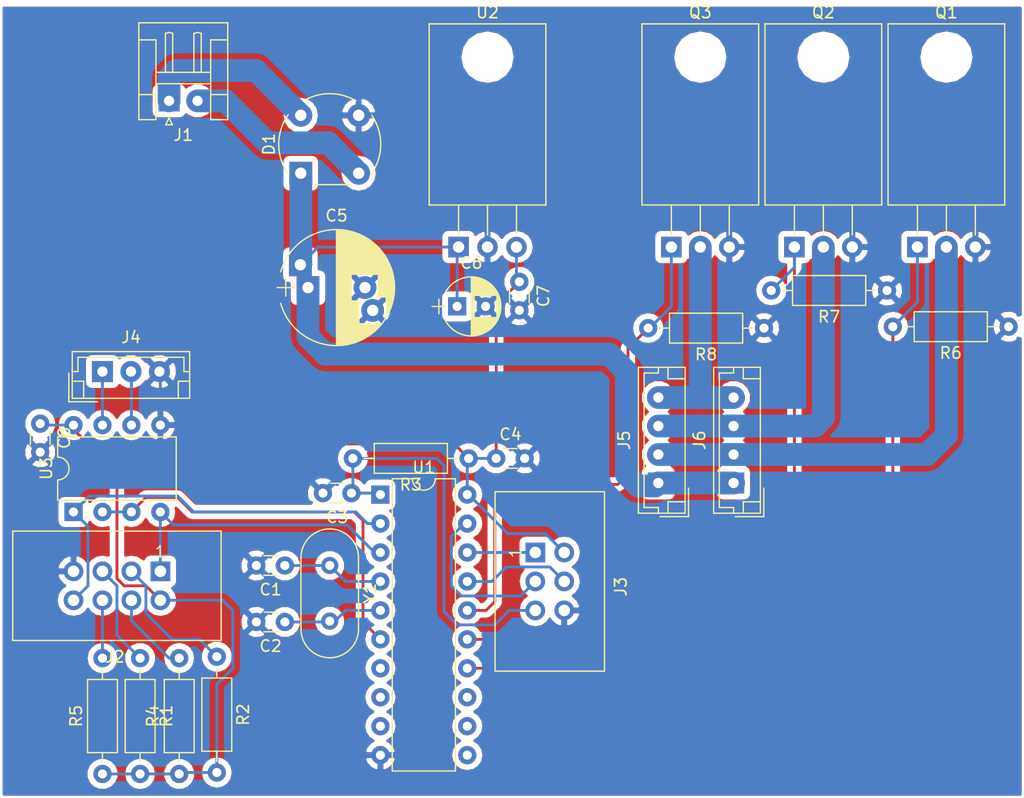
<source format=kicad_pcb>
(kicad_pcb (version 4) (host pcbnew 4.0.7)
  (layers (0 F.Cu signal) (31 B.Cu signal) (34 B.Paste user) (35 F.Paste user) (36 B.SilkS user) (37 F.SilkS user) (38 B.Mask user) (39 F.Mask user) (44 Edge.Cuts user hide))
  (net 0 "")
  (net 1 "Net-(C1-Pad1)")
  (net 2 GND)
  (net 3 "Net-(C2-Pad1)")
  (net 4 /RESET)
  (net 5 VCC)
  (net 6 +12V)
  (net 7 "Net-(D1-Pad4)")
  (net 8 "Net-(D1-Pad2)")
  (net 9 /TXD)
  (net 10 "Net-(J2-Pad3)")
  (net 11 "Net-(J2-Pad4)")
  (net 12 "Net-(J2-Pad5)")
  (net 13 "Net-(J2-Pad6)")
  (net 14 /RXD)
  (net 15 /MISO)
  (net 16 /MOSI/SDA)
  (net 17 "Net-(J4-Pad1)")
  (net 18 "Net-(J4-Pad2)")
  (net 19 "Net-(J5-Pad2)")
  (net 20 "Net-(J5-Pad3)")
  (net 21 "Net-(J5-Pad4)")
  (net 22 /PWM1)
  (net 23 /PWM2)
  (net 24 /PWM3)
  (net 25 "Net-(U1-Pad11)")
  (net 26 "Net-(U1-Pad12)")
  (net 27 "Net-(U1-Pad13)")
  (net 28 /DIR)
  (net 29 "Net-(U1-Pad7)")
  (net 30 "Net-(U1-Pad8)")
  (net 31 "Net-(U1-Pad9)")
  (net 32 /SCL/SCK)
  (module Connectors:IDC_Header_Straight_8pins (layer F.Cu) (at 168.656 114.427 180)
    (fp_text reference J2 (at 4 -7.5 180) (layer F.SilkS))
    (fp_text value Conn_02x04_Odd_Even)
    (fp_text user 1 (at 0.02 1.72 180) (layer F.SilkS) (effects (font (thickness 0.12))))
    (pad 1 thru_hole rect (at 0 0 180) (size 1.7272 1.7272) (drill 1.016) (layers *.Cu *.Mask) (net 9 /TXD))
    (pad 2 thru_hole oval (at 0 -2.54 180) (size 1.7272 1.7272) (drill 1.016) (layers *.Cu *.Mask) (net 5 VCC))
    (pad 3 thru_hole oval (at 2.54 0 180) (size 1.7272 1.7272) (drill 1.016) (layers *.Cu *.Mask) (net 10 "Net-(J2-Pad3)"))
    (pad 4 thru_hole oval (at 2.54 -2.54 180) (size 1.7272 1.7272) (drill 1.016) (layers *.Cu *.Mask) (net 11 "Net-(J2-Pad4)"))
    (pad 5 thru_hole oval (at 5.08 0 180) (size 1.7272 1.7272) (drill 1.016) (layers *.Cu *.Mask) (net 12 "Net-(J2-Pad5)"))
    (pad 6 thru_hole oval (at 5.08 -2.54 180) (size 1.7272 1.7272) (drill 1.016) (layers *.Cu *.Mask) (net 13 "Net-(J2-Pad6)"))
    (pad 7 thru_hole oval (at 7.62 0 180) (size 1.7272 1.7272) (drill 1.016) (layers *.Cu *.Mask) (net 2 GND))
    (pad 8 thru_hole oval (at 7.62 -2.54 180) (size 1.7272 1.7272) (drill 1.016) (layers *.Cu *.Mask) (net 14 /RXD))
  )
  (module Capacitors_THT:C_Disc_D3.0mm_W1.6mm_P2.50mm (layer F.Cu) (at 179.578 113.919 180)
    (fp_text reference C1 (at 1.25 -2.11 180) (layer F.SilkS))
    (fp_text value C)
    (pad 1 thru_hole circle (at 0 0 180) (size 1.6 1.6) (drill 0.8) (layers *.Cu *.Mask) (net 1 "Net-(C1-Pad1)"))
    (pad 2 thru_hole circle (at 2.5 0 180) (size 1.6 1.6) (drill 0.8) (layers *.Cu *.Mask) (net 2 GND))
  )
  (module Capacitors_THT:C_Disc_D3.0mm_W1.6mm_P2.50mm (layer F.Cu) (at 179.578 118.872 180)
    (fp_text reference C2 (at 1.25 -2.11 180) (layer F.SilkS))
    (fp_text value C)
    (pad 1 thru_hole circle (at 0 0 180) (size 1.6 1.6) (drill 0.8) (layers *.Cu *.Mask) (net 3 "Net-(C2-Pad1)"))
    (pad 2 thru_hole circle (at 2.5 0 180) (size 1.6 1.6) (drill 0.8) (layers *.Cu *.Mask) (net 2 GND))
  )
  (module Capacitors_THT:C_Disc_D3.0mm_W1.6mm_P2.50mm (layer F.Cu) (at 185.42 107.569 180)
    (fp_text reference C3 (at 1.25 -2.11 180) (layer F.SilkS))
    (fp_text value C)
    (pad 1 thru_hole circle (at 0 0 180) (size 1.6 1.6) (drill 0.8) (layers *.Cu *.Mask) (net 4 /RESET))
    (pad 2 thru_hole circle (at 2.5 0 180) (size 1.6 1.6) (drill 0.8) (layers *.Cu *.Mask) (net 2 GND))
  )
  (module Capacitors_THT:C_Disc_D3.0mm_W1.6mm_P2.50mm (layer F.Cu) (at 198.12 104.521)
    (fp_text reference C4 (at 1.25 -2.11) (layer F.SilkS))
    (fp_text value C)
    (pad 1 thru_hole circle (at 0 0) (size 1.6 1.6) (drill 0.8) (layers *.Cu *.Mask) (net 5 VCC))
    (pad 2 thru_hole circle (at 2.5 0) (size 1.6 1.6) (drill 0.8) (layers *.Cu *.Mask) (net 2 GND))
  )
  (module Capacitors_THT:CP_Radial_D10.0mm_P5.00mm_P7.50mm (layer F.Cu) (at 181.61 89.535)
    (fp_text reference C5 (at 2.5 -6.31) (layer F.SilkS))
    (fp_text value CP)
    (pad 1 thru_hole rect (at 0 0) (size 2 2) (drill 1) (layers *.Cu *.Mask) (net 6 +12V))
    (pad 2 thru_hole circle (at 5 0) (size 2 2) (drill 1) (layers *.Cu *.Mask) (net 2 GND))
    (pad 1 thru_hole rect (at -0.672144 -2) (size 2 2) (drill 1) (layers *.Cu *.Mask) (net 6 +12V))
    (pad 2 thru_hole circle (at 5.672144 2) (size 2 2) (drill 1) (layers *.Cu *.Mask) (net 2 GND))
  )
  (module Capacitors_THT:CP_Radial_D5.0mm_P2.50mm (layer F.Cu) (at 194.691 91.186)
    (fp_text reference C6 (at 1.25 -3.81) (layer F.SilkS))
    (fp_text value CP)
    (pad 1 thru_hole rect (at 0 0) (size 1.6 1.6) (drill 0.8) (layers *.Cu *.Mask) (net 6 +12V))
    (pad 2 thru_hole circle (at 2.5 0) (size 1.6 1.6) (drill 0.8) (layers *.Cu *.Mask) (net 2 GND))
  )
  (module Capacitors_THT:C_Disc_D3.0mm_W1.6mm_P2.50mm (layer F.Cu) (at 200.152 89.027 270)
    (fp_text reference C7 (at 1.25 -2.11 270) (layer F.SilkS))
    (fp_text value C)
    (pad 1 thru_hole circle (at 0 0 270) (size 1.6 1.6) (drill 0.8) (layers *.Cu *.Mask) (net 5 VCC))
    (pad 2 thru_hole circle (at 2.5 0 270) (size 1.6 1.6) (drill 0.8) (layers *.Cu *.Mask) (net 2 GND))
  )
  (module Capacitors_THT:C_Disc_D3.0mm_W1.6mm_P2.50mm (layer F.Cu) (at 158.115 101.473 270)
    (fp_text reference C8 (at 1.25 -2.11 270) (layer F.SilkS))
    (fp_text value C)
    (pad 1 thru_hole circle (at 0 0 270) (size 1.6 1.6) (drill 0.8) (layers *.Cu *.Mask) (net 5 VCC))
    (pad 2 thru_hole circle (at 2.5 0 270) (size 1.6 1.6) (drill 0.8) (layers *.Cu *.Mask) (net 2 GND))
  )
  (module Diodes_THT:Diode_Bridge_Round_D8.9mm (layer F.Cu) (at 180.975 79.502 90)
    (fp_text reference D1 (at 2.54 -2.794 90) (layer F.SilkS))
    (fp_text value D_Bridge_+A-A)
    (pad 4 thru_hole oval (at 5.08 0 90) (size 2 2) (drill 1) (layers *.Cu *.Mask) (net 7 "Net-(D1-Pad4)"))
    (pad 2 thru_hole oval (at 0 5.08 90) (size 2 2) (drill 1) (layers *.Cu *.Mask) (net 8 "Net-(D1-Pad2)"))
    (pad 3 thru_hole oval (at 5.08 5.08 90) (size 2 2) (drill 1) (layers *.Cu *.Mask) (net 2 GND))
    (pad 1 thru_hole rect (at 0 0 90) (size 2 2) (drill 1) (layers *.Cu *.Mask) (net 6 +12V))
  )
  (module Connectors_JST:JST_EH_S02B-EH_02x2.50mm_Angled (layer F.Cu) (at 169.418 73.152)
    (fp_text reference J1 (at 1.25 3) (layer F.SilkS))
    (fp_text value CONN_01X02)
    (pad 1 thru_hole rect (at 0 0) (size 1.85 1.85) (drill 0.9) (layers *.Cu *.Mask) (net 7 "Net-(D1-Pad4)"))
    (pad 2 thru_hole circle (at 2.5 0) (size 1.85 1.85) (drill 0.9) (layers *.Cu *.Mask) (net 8 "Net-(D1-Pad2)"))
  )
  (module Connectors:IDC_Header_Straight_6pins (layer F.Cu) (at 201.549 112.776 270)
    (fp_text reference J3 (at 3 -7.5 270) (layer F.SilkS))
    (fp_text value Conn_02x03_Odd_Even)
    (fp_text user 1 (at 0.02 1.72 270) (layer F.SilkS) (effects (font (thickness 0.12))))
    (pad 1 thru_hole rect (at 0 0 270) (size 1.7272 1.7272) (drill 1.016) (layers *.Cu *.Mask) (net 15 /MISO))
    (pad 2 thru_hole oval (at 0 -2.54 270) (size 1.7272 1.7272) (drill 1.016) (layers *.Cu *.Mask) (net 5 VCC))
    (pad 3 thru_hole oval (at 2.54 0 270) (size 1.7272 1.7272) (drill 1.016) (layers *.Cu *.Mask) (net 32 /SCL/SCK))
    (pad 4 thru_hole oval (at 2.54 -2.54 270) (size 1.7272 1.7272) (drill 1.016) (layers *.Cu *.Mask) (net 16 /MOSI/SDA))
    (pad 5 thru_hole oval (at 5.08 0 270) (size 1.7272 1.7272) (drill 1.016) (layers *.Cu *.Mask) (net 4 /RESET))
    (pad 6 thru_hole oval (at 5.08 -2.54 270) (size 1.7272 1.7272) (drill 1.016) (layers *.Cu *.Mask) (net 2 GND))
  )
  (module Connectors_JST:JST_EH_B03B-EH-A_03x2.50mm_Straight (layer F.Cu) (at 163.576 96.901)
    (fp_text reference J4 (at 2.5 -3) (layer F.SilkS))
    (fp_text value CONN_01X03)
    (pad 1 thru_hole rect (at 0 0) (size 1.85 1.85) (drill 0.9) (layers *.Cu *.Mask) (net 17 "Net-(J4-Pad1)"))
    (pad 2 thru_hole circle (at 2.5 0) (size 1.85 1.85) (drill 0.9) (layers *.Cu *.Mask) (net 18 "Net-(J4-Pad2)"))
    (pad 3 thru_hole circle (at 5 0) (size 1.85 1.85) (drill 0.9) (layers *.Cu *.Mask) (net 2 GND))
  )
  (module Connectors_JST:JST_EH_B04B-EH-A_04x2.50mm_Straight (layer F.Cu) (at 212.344 106.68 90)
    (fp_text reference J5 (at 3.75 -3 90) (layer F.SilkS))
    (fp_text value CONN_01X04)
    (pad 1 thru_hole rect (at 0 0 90) (size 1.85 1.85) (drill 0.9) (layers *.Cu *.Mask) (net 6 +12V))
    (pad 2 thru_hole circle (at 2.5 0 90) (size 1.85 1.85) (drill 0.9) (layers *.Cu *.Mask) (net 19 "Net-(J5-Pad2)"))
    (pad 3 thru_hole circle (at 5 0 90) (size 1.85 1.85) (drill 0.9) (layers *.Cu *.Mask) (net 20 "Net-(J5-Pad3)"))
    (pad 4 thru_hole circle (at 7.5 0 90) (size 1.85 1.85) (drill 0.9) (layers *.Cu *.Mask) (net 21 "Net-(J5-Pad4)"))
  )
  (module Connectors_JST:JST_EH_B04B-EH-A_04x2.50mm_Straight (layer F.Cu) (at 218.948 106.68 90)
    (fp_text reference J6 (at 3.75 -3 90) (layer F.SilkS))
    (fp_text value CONN_01X04)
    (pad 1 thru_hole rect (at 0 0 90) (size 1.85 1.85) (drill 0.9) (layers *.Cu *.Mask) (net 6 +12V))
    (pad 2 thru_hole circle (at 2.5 0 90) (size 1.85 1.85) (drill 0.9) (layers *.Cu *.Mask) (net 19 "Net-(J5-Pad2)"))
    (pad 3 thru_hole circle (at 5 0 90) (size 1.85 1.85) (drill 0.9) (layers *.Cu *.Mask) (net 20 "Net-(J5-Pad3)"))
    (pad 4 thru_hole circle (at 7.5 0 90) (size 1.85 1.85) (drill 0.9) (layers *.Cu *.Mask) (net 21 "Net-(J5-Pad4)"))
  )
  (module TO_SOT_Packages_THT:TO-220_Horizontal (layer F.Cu) (at 235.077 85.979)
    (fp_text reference Q1 (at 2.54 -20.58) (layer F.SilkS))
    (fp_text value Q_NMOS_GDS)
    (pad 0 np_thru_hole oval (at 2.54 -16.66) (size 3.5 3.5) (drill 3.5) (layers *.Cu *.Mask))
    (pad 1 thru_hole rect (at 0 0) (size 1.8 1.8) (drill 1) (layers *.Cu *.Mask) (net 22 /PWM1))
    (pad 2 thru_hole oval (at 2.54 0) (size 1.8 1.8) (drill 1) (layers *.Cu *.Mask) (net 19 "Net-(J5-Pad2)"))
    (pad 3 thru_hole oval (at 5.08 0) (size 1.8 1.8) (drill 1) (layers *.Cu *.Mask) (net 2 GND))
  )
  (module TO_SOT_Packages_THT:TO-220_Horizontal (layer F.Cu) (at 224.282 85.979)
    (fp_text reference Q2 (at 2.54 -20.58) (layer F.SilkS))
    (fp_text value Q_NMOS_GDS)
    (pad 0 np_thru_hole oval (at 2.54 -16.66) (size 3.5 3.5) (drill 3.5) (layers *.Cu *.Mask))
    (pad 1 thru_hole rect (at 0 0) (size 1.8 1.8) (drill 1) (layers *.Cu *.Mask) (net 23 /PWM2))
    (pad 2 thru_hole oval (at 2.54 0) (size 1.8 1.8) (drill 1) (layers *.Cu *.Mask) (net 20 "Net-(J5-Pad3)"))
    (pad 3 thru_hole oval (at 5.08 0) (size 1.8 1.8) (drill 1) (layers *.Cu *.Mask) (net 2 GND))
  )
  (module TO_SOT_Packages_THT:TO-220_Horizontal (layer F.Cu) (at 213.487 85.979)
    (fp_text reference Q3 (at 2.54 -20.58) (layer F.SilkS))
    (fp_text value Q_NMOS_GDS)
    (pad 0 np_thru_hole oval (at 2.54 -16.66) (size 3.5 3.5) (drill 3.5) (layers *.Cu *.Mask))
    (pad 1 thru_hole rect (at 0 0) (size 1.8 1.8) (drill 1) (layers *.Cu *.Mask) (net 24 /PWM3))
    (pad 2 thru_hole oval (at 2.54 0) (size 1.8 1.8) (drill 1) (layers *.Cu *.Mask) (net 21 "Net-(J5-Pad4)"))
    (pad 3 thru_hole oval (at 5.08 0) (size 1.8 1.8) (drill 1) (layers *.Cu *.Mask) (net 2 GND))
  )
  (module Resistors_THT:R_Axial_DIN0207_L6.3mm_D2.5mm_P10.16mm_Horizontal (layer F.Cu) (at 166.878 122.047 270)
    (fp_text reference R1 (at 5.08 -2.31 270) (layer F.SilkS))
    (fp_text value R)
    (pad 1 thru_hole circle (at 0 0 270) (size 1.6 1.6) (drill 0.8) (layers *.Cu *.Mask) (net 12 "Net-(J2-Pad5)"))
    (pad 2 thru_hole oval (at 10.16 0 270) (size 1.6 1.6) (drill 0.8) (layers *.Cu *.Mask) (net 5 VCC))
  )
  (module Resistors_THT:R_Axial_DIN0207_L6.3mm_D2.5mm_P10.16mm_Horizontal (layer F.Cu) (at 173.609 121.92 270)
    (fp_text reference R2 (at 5.08 -2.31 270) (layer F.SilkS))
    (fp_text value R)
    (pad 1 thru_hole circle (at 0 0 270) (size 1.6 1.6) (drill 0.8) (layers *.Cu *.Mask) (net 10 "Net-(J2-Pad3)"))
    (pad 2 thru_hole oval (at 10.16 0 270) (size 1.6 1.6) (drill 0.8) (layers *.Cu *.Mask) (net 5 VCC))
  )
  (module Resistors_THT:R_Axial_DIN0207_L6.3mm_D2.5mm_P10.16mm_Horizontal (layer F.Cu) (at 195.707 104.521 180)
    (fp_text reference R3 (at 5.08 -2.31 180) (layer F.SilkS))
    (fp_text value R)
    (pad 1 thru_hole circle (at 0 0 180) (size 1.6 1.6) (drill 0.8) (layers *.Cu *.Mask) (net 5 VCC))
    (pad 2 thru_hole oval (at 10.16 0 180) (size 1.6 1.6) (drill 0.8) (layers *.Cu *.Mask) (net 4 /RESET))
  )
  (module Resistors_THT:R_Axial_DIN0207_L6.3mm_D2.5mm_P10.16mm_Horizontal (layer F.Cu) (at 170.307 132.207 90)
    (fp_text reference R4 (at 5.08 -2.31 90) (layer F.SilkS))
    (fp_text value R)
    (pad 1 thru_hole circle (at 0 0 90) (size 1.6 1.6) (drill 0.8) (layers *.Cu *.Mask) (net 5 VCC))
    (pad 2 thru_hole oval (at 10.16 0 90) (size 1.6 1.6) (drill 0.8) (layers *.Cu *.Mask) (net 11 "Net-(J2-Pad4)"))
  )
  (module Resistors_THT:R_Axial_DIN0207_L6.3mm_D2.5mm_P10.16mm_Horizontal (layer F.Cu) (at 163.576 132.207 90)
    (fp_text reference R5 (at 5.08 -2.31 90) (layer F.SilkS))
    (fp_text value R)
    (pad 1 thru_hole circle (at 0 0 90) (size 1.6 1.6) (drill 0.8) (layers *.Cu *.Mask) (net 5 VCC))
    (pad 2 thru_hole oval (at 10.16 0 90) (size 1.6 1.6) (drill 0.8) (layers *.Cu *.Mask) (net 13 "Net-(J2-Pad6)"))
  )
  (module Resistors_THT:R_Axial_DIN0207_L6.3mm_D2.5mm_P10.16mm_Horizontal (layer F.Cu) (at 243.078 92.964 180)
    (fp_text reference R6 (at 5.08 -2.31 180) (layer F.SilkS))
    (fp_text value R)
    (pad 1 thru_hole circle (at 0 0 180) (size 1.6 1.6) (drill 0.8) (layers *.Cu *.Mask) (net 2 GND))
    (pad 2 thru_hole oval (at 10.16 0 180) (size 1.6 1.6) (drill 0.8) (layers *.Cu *.Mask) (net 22 /PWM1))
  )
  (module Resistors_THT:R_Axial_DIN0207_L6.3mm_D2.5mm_P10.16mm_Horizontal (layer F.Cu) (at 232.41 89.789 180)
    (fp_text reference R7 (at 5.08 -2.31 180) (layer F.SilkS))
    (fp_text value R)
    (pad 1 thru_hole circle (at 0 0 180) (size 1.6 1.6) (drill 0.8) (layers *.Cu *.Mask) (net 2 GND))
    (pad 2 thru_hole oval (at 10.16 0 180) (size 1.6 1.6) (drill 0.8) (layers *.Cu *.Mask) (net 23 /PWM2))
  )
  (module Resistors_THT:R_Axial_DIN0207_L6.3mm_D2.5mm_P10.16mm_Horizontal (layer F.Cu) (at 221.615 93.091 180)
    (fp_text reference R8 (at 5.08 -2.31 180) (layer F.SilkS))
    (fp_text value R)
    (pad 1 thru_hole circle (at 0 0 180) (size 1.6 1.6) (drill 0.8) (layers *.Cu *.Mask) (net 2 GND))
    (pad 2 thru_hole oval (at 10.16 0 180) (size 1.6 1.6) (drill 0.8) (layers *.Cu *.Mask) (net 24 /PWM3))
  )
  (module Housings_DIP:DIP-20_W7.62mm (layer F.Cu) (at 187.96 107.696)
    (fp_text reference U1 (at 3.81 -2.39) (layer F.SilkS))
    (fp_text value ATTINY2313-20PU)
    (pad 1 thru_hole rect (at 0 0) (size 1.6 1.6) (drill 0.8) (layers *.Cu *.Mask) (net 4 /RESET))
    (pad 11 thru_hole oval (at 7.62 22.86) (size 1.6 1.6) (drill 0.8) (layers *.Cu *.Mask) (net 25 "Net-(U1-Pad11)"))
    (pad 2 thru_hole oval (at 0 2.54) (size 1.6 1.6) (drill 0.8) (layers *.Cu *.Mask) (net 14 /RXD))
    (pad 12 thru_hole oval (at 7.62 20.32) (size 1.6 1.6) (drill 0.8) (layers *.Cu *.Mask) (net 26 "Net-(U1-Pad12)"))
    (pad 3 thru_hole oval (at 0 5.08) (size 1.6 1.6) (drill 0.8) (layers *.Cu *.Mask) (net 9 /TXD))
    (pad 13 thru_hole oval (at 7.62 17.78) (size 1.6 1.6) (drill 0.8) (layers *.Cu *.Mask) (net 27 "Net-(U1-Pad13)"))
    (pad 4 thru_hole oval (at 0 7.62) (size 1.6 1.6) (drill 0.8) (layers *.Cu *.Mask) (net 1 "Net-(C1-Pad1)"))
    (pad 14 thru_hole oval (at 7.62 15.24) (size 1.6 1.6) (drill 0.8) (layers *.Cu *.Mask) (net 22 /PWM1))
    (pad 5 thru_hole oval (at 0 10.16) (size 1.6 1.6) (drill 0.8) (layers *.Cu *.Mask) (net 3 "Net-(C2-Pad1)"))
    (pad 15 thru_hole oval (at 7.62 12.7) (size 1.6 1.6) (drill 0.8) (layers *.Cu *.Mask) (net 23 /PWM2))
    (pad 6 thru_hole oval (at 0 12.7) (size 1.6 1.6) (drill 0.8) (layers *.Cu *.Mask) (net 28 /DIR))
    (pad 16 thru_hole oval (at 7.62 10.16) (size 1.6 1.6) (drill 0.8) (layers *.Cu *.Mask) (net 24 /PWM3))
    (pad 7 thru_hole oval (at 0 15.24) (size 1.6 1.6) (drill 0.8) (layers *.Cu *.Mask) (net 29 "Net-(U1-Pad7)"))
    (pad 17 thru_hole oval (at 7.62 7.62) (size 1.6 1.6) (drill 0.8) (layers *.Cu *.Mask) (net 16 /MOSI/SDA))
    (pad 8 thru_hole oval (at 0 17.78) (size 1.6 1.6) (drill 0.8) (layers *.Cu *.Mask) (net 30 "Net-(U1-Pad8)"))
    (pad 18 thru_hole oval (at 7.62 5.08) (size 1.6 1.6) (drill 0.8) (layers *.Cu *.Mask) (net 15 /MISO))
    (pad 9 thru_hole oval (at 0 20.32) (size 1.6 1.6) (drill 0.8) (layers *.Cu *.Mask) (net 31 "Net-(U1-Pad9)"))
    (pad 19 thru_hole oval (at 7.62 2.54) (size 1.6 1.6) (drill 0.8) (layers *.Cu *.Mask) (net 32 /SCL/SCK))
    (pad 10 thru_hole oval (at 0 22.86) (size 1.6 1.6) (drill 0.8) (layers *.Cu *.Mask) (net 2 GND))
    (pad 20 thru_hole oval (at 7.62 0) (size 1.6 1.6) (drill 0.8) (layers *.Cu *.Mask) (net 5 VCC))
  )
  (module TO_SOT_Packages_THT:TO-220_Horizontal (layer F.Cu) (at 194.818 85.979)
    (fp_text reference U2 (at 2.54 -20.58) (layer F.SilkS))
    (fp_text value L7805)
    (pad 0 np_thru_hole oval (at 2.54 -16.66) (size 3.5 3.5) (drill 3.5) (layers *.Cu *.Mask))
    (pad 1 thru_hole rect (at 0 0) (size 1.8 1.8) (drill 1) (layers *.Cu *.Mask) (net 6 +12V))
    (pad 2 thru_hole oval (at 2.54 0) (size 1.8 1.8) (drill 1) (layers *.Cu *.Mask) (net 2 GND))
    (pad 3 thru_hole oval (at 5.08 0) (size 1.8 1.8) (drill 1) (layers *.Cu *.Mask) (net 5 VCC))
  )
  (module Crystals:Crystal_HC49-U_Vertical (layer F.Cu) (at 183.515 113.919 270)
    (fp_text reference Y1 (at 2.44 -3.525 270) (layer F.SilkS))
    (fp_text value Crystal)
    (pad 1 thru_hole circle (at 0 0 270) (size 1.5 1.5) (drill 0.8) (layers *.Cu *.Mask) (net 1 "Net-(C1-Pad1)"))
    (pad 2 thru_hole circle (at 4.88 0 270) (size 1.5 1.5) (drill 0.8) (layers *.Cu *.Mask) (net 3 "Net-(C2-Pad1)"))
  )
  (module Housings_DIP:DIP-8_W7.62mm (layer F.Cu) (at 161.036 109.22 90)
    (fp_text reference U3 (at 3.81 -2.39 90) (layer F.SilkS))
    (fp_text value MAX485E)
    (pad 1 thru_hole rect (at 0 0 90) (size 1.6 1.6) (drill 0.8) (layers *.Cu *.Mask) (net 14 /RXD))
    (pad 5 thru_hole oval (at 7.62 7.62 90) (size 1.6 1.6) (drill 0.8) (layers *.Cu *.Mask) (net 2 GND))
    (pad 2 thru_hole oval (at 0 2.54 90) (size 1.6 1.6) (drill 0.8) (layers *.Cu *.Mask) (net 28 /DIR))
    (pad 6 thru_hole oval (at 7.62 5.08 90) (size 1.6 1.6) (drill 0.8) (layers *.Cu *.Mask) (net 18 "Net-(J4-Pad2)"))
    (pad 3 thru_hole oval (at 0 5.08 90) (size 1.6 1.6) (drill 0.8) (layers *.Cu *.Mask) (net 28 /DIR))
    (pad 7 thru_hole oval (at 7.62 2.54 90) (size 1.6 1.6) (drill 0.8) (layers *.Cu *.Mask) (net 17 "Net-(J4-Pad1)"))
    (pad 4 thru_hole oval (at 0 7.62 90) (size 1.6 1.6) (drill 0.8) (layers *.Cu *.Mask) (net 9 /TXD))
    (pad 8 thru_hole oval (at 7.62 0 90) (size 1.6 1.6) (drill 0.8) (layers *.Cu *.Mask) (net 5 VCC))
  )
  (segment (start 183.515 113.919) (end 179.578 113.919) (width 0.25) (layer B.Cu) (net 1))
  (segment (start 187.96 115.316) (end 184.912 115.316) (width 0.25) (layer B.Cu) (net 1))
  (segment (start 184.912 115.316) (end 183.515 113.919) (width 0.25) (layer B.Cu) (net 1))
  (segment (start 168.656 101.6) (end 168.656 96.981) (width 0.25) (layer B.Cu) (net 2))
  (segment (start 168.656 96.981) (end 168.576 96.901) (width 0.25) (layer B.Cu) (net 2))
  (segment (start 183.515 118.799) (end 183.969 118.799) (width 0.25) (layer B.Cu) (net 3))
  (segment (start 183.969 118.799) (end 184.912 117.856) (width 0.25) (layer B.Cu) (net 3))
  (segment (start 184.912 117.856) (end 187.96 117.856) (width 0.25) (layer B.Cu) (net 3))
  (segment (start 179.578 118.872) (end 183.442 118.872) (width 0.25) (layer B.Cu) (net 3))
  (segment (start 183.442 118.872) (end 183.515 118.799) (width 0.25) (layer B.Cu) (net 3))
  (segment (start 201.549 117.856) (end 199.263 117.856) (width 0.25) (layer B.Cu) (net 4))
  (segment (start 192.913 104.521) (end 185.547 104.521) (width 0.25) (layer B.Cu) (net 4))
  (segment (start 193.548 105.156) (end 192.913 104.521) (width 0.25) (layer B.Cu) (net 4))
  (segment (start 193.548 117.983) (end 193.548 105.156) (width 0.25) (layer B.Cu) (net 4))
  (segment (start 194.691 119.126) (end 193.548 117.983) (width 0.25) (layer B.Cu) (net 4))
  (segment (start 197.993 119.126) (end 194.691 119.126) (width 0.25) (layer B.Cu) (net 4))
  (segment (start 199.263 117.856) (end 197.993 119.126) (width 0.25) (layer B.Cu) (net 4))
  (segment (start 185.42 107.569) (end 187.833 107.569) (width 0.25) (layer B.Cu) (net 4))
  (segment (start 187.833 107.569) (end 187.96 107.696) (width 0.25) (layer B.Cu) (net 4))
  (segment (start 185.547 104.521) (end 185.547 107.442) (width 0.25) (layer B.Cu) (net 4))
  (segment (start 185.547 107.442) (end 185.42 107.569) (width 0.25) (layer B.Cu) (net 4))
  (segment (start 161.036 101.6) (end 161.036 101.981) (width 0.25) (layer F.Cu) (net 5))
  (segment (start 161.036 101.981) (end 162.306 103.251) (width 0.25) (layer F.Cu) (net 5))
  (segment (start 194.437 103.251) (end 195.707 104.521) (width 0.25) (layer F.Cu) (net 5))
  (segment (start 162.306 103.251) (end 194.437 103.251) (width 0.25) (layer F.Cu) (net 5))
  (segment (start 198.12 104.521) (end 198.12 93.218) (width 0.25) (layer F.Cu) (net 5))
  (segment (start 198.755 90.424) (end 200.152 89.027) (width 0.25) (layer F.Cu) (net 5))
  (segment (start 198.755 92.583) (end 198.755 90.424) (width 0.25) (layer F.Cu) (net 5))
  (segment (start 198.12 93.218) (end 198.755 92.583) (width 0.25) (layer F.Cu) (net 5))
  (segment (start 199.898 85.979) (end 199.898 88.773) (width 0.25) (layer B.Cu) (net 5))
  (segment (start 199.898 88.773) (end 200.152 89.027) (width 0.25) (layer B.Cu) (net 5))
  (segment (start 161.036 101.981) (end 164.846 105.791) (width 0.25) (layer F.Cu) (net 5))
  (segment (start 167.386 115.697) (end 168.656 116.967) (width 0.25) (layer F.Cu) (net 5))
  (segment (start 165.481 115.697) (end 167.386 115.697) (width 0.25) (layer F.Cu) (net 5))
  (segment (start 164.846 115.062) (end 165.481 115.697) (width 0.25) (layer F.Cu) (net 5))
  (segment (start 164.846 105.791) (end 164.846 115.062) (width 0.25) (layer F.Cu) (net 5))
  (segment (start 173.609 132.08) (end 173.609 124.333) (width 0.25) (layer B.Cu) (net 5))
  (segment (start 174.117 116.967) (end 168.656 116.967) (width 0.25) (layer B.Cu) (net 5))
  (segment (start 175.006 117.856) (end 174.117 116.967) (width 0.25) (layer B.Cu) (net 5))
  (segment (start 175.006 122.936) (end 175.006 117.856) (width 0.25) (layer B.Cu) (net 5))
  (segment (start 173.609 124.333) (end 175.006 122.936) (width 0.25) (layer B.Cu) (net 5))
  (segment (start 163.576 132.207) (end 166.878 132.207) (width 0.25) (layer B.Cu) (net 5))
  (segment (start 166.878 132.207) (end 170.307 132.207) (width 0.25) (layer B.Cu) (net 5))
  (segment (start 170.307 132.207) (end 170.434 132.08) (width 0.25) (layer B.Cu) (net 5))
  (segment (start 170.434 132.08) (end 173.609 132.08) (width 0.25) (layer B.Cu) (net 5))
  (segment (start 195.707 104.521) (end 198.12 104.521) (width 0.25) (layer B.Cu) (net 5))
  (segment (start 161.036 101.6) (end 158.242 101.6) (width 0.25) (layer B.Cu) (net 5))
  (segment (start 158.242 101.6) (end 158.115 101.473) (width 0.25) (layer B.Cu) (net 5))
  (segment (start 195.58 107.696) (end 195.707 107.696) (width 0.25) (layer B.Cu) (net 5))
  (segment (start 195.707 107.696) (end 199.136 111.125) (width 0.25) (layer B.Cu) (net 5))
  (segment (start 202.438 111.125) (end 204.089 112.776) (width 0.25) (layer B.Cu) (net 5))
  (segment (start 199.136 111.125) (end 202.438 111.125) (width 0.25) (layer B.Cu) (net 5))
  (segment (start 195.58 107.696) (end 195.58 104.648) (width 0.25) (layer B.Cu) (net 5))
  (segment (start 195.58 104.648) (end 195.707 104.521) (width 0.25) (layer B.Cu) (net 5))
  (segment (start 218.948 106.68) (end 212.344 106.68) (width 2) (layer B.Cu) (net 6))
  (segment (start 212.344 106.68) (end 212.09 106.934) (width 2) (layer B.Cu) (net 6))
  (segment (start 212.09 106.934) (end 210.566 106.934) (width 2) (layer B.Cu) (net 6))
  (segment (start 210.566 106.934) (end 209.55 105.918) (width 2) (layer B.Cu) (net 6))
  (segment (start 209.55 105.918) (end 209.55 96.901) (width 2) (layer B.Cu) (net 6))
  (segment (start 209.55 96.901) (end 208.026 95.377) (width 2) (layer B.Cu) (net 6))
  (segment (start 208.026 95.377) (end 183.134 95.377) (width 2) (layer B.Cu) (net 6))
  (segment (start 183.134 95.377) (end 181.61 93.853) (width 2) (layer B.Cu) (net 6))
  (segment (start 181.61 93.853) (end 181.61 89.535) (width 2) (layer B.Cu) (net 6))
  (segment (start 180.975 79.502) (end 180.975 87.497856) (width 2) (layer B.Cu) (net 6))
  (segment (start 180.975 87.497856) (end 180.937856 87.535) (width 2) (layer B.Cu) (net 6))
  (segment (start 194.818 85.979) (end 182.493856 85.979) (width 0.25) (layer B.Cu) (net 6))
  (segment (start 182.493856 85.979) (end 180.937856 87.535) (width 0.25) (layer B.Cu) (net 6))
  (segment (start 194.691 91.186) (end 194.691 86.106) (width 0.25) (layer B.Cu) (net 6))
  (segment (start 194.691 86.106) (end 194.818 85.979) (width 0.25) (layer B.Cu) (net 6))
  (segment (start 169.418 73.152) (end 169.418 71.12) (width 2) (layer B.Cu) (net 7))
  (segment (start 177.038 70.485) (end 180.975 74.422) (width 2) (layer B.Cu) (net 7))
  (segment (start 170.053 70.485) (end 177.038 70.485) (width 2) (layer B.Cu) (net 7))
  (segment (start 169.418 71.12) (end 170.053 70.485) (width 2) (layer B.Cu) (net 7))
  (segment (start 171.918 73.152) (end 174.371 73.152) (width 2) (layer B.Cu) (net 8))
  (segment (start 183.388 76.835) (end 186.055 79.502) (width 2) (layer B.Cu) (net 8))
  (segment (start 178.054 76.835) (end 183.388 76.835) (width 2) (layer B.Cu) (net 8))
  (segment (start 174.371 73.152) (end 178.054 76.835) (width 2) (layer B.Cu) (net 8))
  (segment (start 187.96 112.776) (end 187.452 112.776) (width 0.25) (layer B.Cu) (net 9))
  (segment (start 187.452 112.776) (end 185.039 110.363) (width 0.25) (layer B.Cu) (net 9))
  (segment (start 185.039 110.363) (end 169.799 110.363) (width 0.25) (layer B.Cu) (net 9))
  (segment (start 169.799 110.363) (end 168.656 109.22) (width 0.25) (layer B.Cu) (net 9))
  (segment (start 168.656 114.427) (end 168.656 109.22) (width 0.25) (layer B.Cu) (net 9))
  (segment (start 173.609 121.92) (end 172.085 120.396) (width 0.25) (layer B.Cu) (net 10))
  (segment (start 167.386 115.697) (end 166.116 114.427) (width 0.25) (layer B.Cu) (net 10))
  (segment (start 167.386 118.11) (end 167.386 115.697) (width 0.25) (layer B.Cu) (net 10))
  (segment (start 169.672 120.396) (end 167.386 118.11) (width 0.25) (layer B.Cu) (net 10))
  (segment (start 172.085 120.396) (end 169.672 120.396) (width 0.25) (layer B.Cu) (net 10))
  (segment (start 170.307 122.047) (end 169.418 122.047) (width 0.25) (layer B.Cu) (net 11))
  (segment (start 166.116 118.745) (end 166.116 116.967) (width 0.25) (layer B.Cu) (net 11))
  (segment (start 169.418 122.047) (end 166.116 118.745) (width 0.25) (layer B.Cu) (net 11))
  (segment (start 166.878 122.047) (end 165.1 120.269) (width 0.25) (layer B.Cu) (net 12))
  (segment (start 164.846 115.697) (end 163.576 114.427) (width 0.25) (layer B.Cu) (net 12))
  (segment (start 164.846 120.015) (end 164.846 115.697) (width 0.25) (layer B.Cu) (net 12))
  (segment (start 165.1 120.269) (end 164.846 120.015) (width 0.25) (layer B.Cu) (net 12))
  (segment (start 163.576 122.047) (end 163.576 116.967) (width 0.25) (layer B.Cu) (net 13))
  (segment (start 187.96 110.236) (end 186.817 110.236) (width 0.25) (layer B.Cu) (net 14))
  (segment (start 162.433 107.823) (end 161.036 109.22) (width 0.25) (layer B.Cu) (net 14))
  (segment (start 170.18 107.823) (end 162.433 107.823) (width 0.25) (layer B.Cu) (net 14))
  (segment (start 171.577 109.22) (end 170.18 107.823) (width 0.25) (layer B.Cu) (net 14))
  (segment (start 185.801 109.22) (end 171.577 109.22) (width 0.25) (layer B.Cu) (net 14))
  (segment (start 186.817 110.236) (end 185.801 109.22) (width 0.25) (layer B.Cu) (net 14))
  (segment (start 161.036 116.967) (end 162.306 115.697) (width 0.25) (layer B.Cu) (net 14))
  (segment (start 162.306 110.49) (end 161.036 109.22) (width 0.25) (layer B.Cu) (net 14))
  (segment (start 162.306 115.697) (end 162.306 110.49) (width 0.25) (layer B.Cu) (net 14))
  (segment (start 201.549 112.776) (end 195.58 112.776) (width 0.25) (layer B.Cu) (net 15))
  (segment (start 195.58 115.316) (end 197.739 115.316) (width 0.25) (layer B.Cu) (net 16))
  (segment (start 202.819 114.046) (end 204.089 115.316) (width 0.25) (layer B.Cu) (net 16))
  (segment (start 199.009 114.046) (end 202.819 114.046) (width 0.25) (layer B.Cu) (net 16))
  (segment (start 197.739 115.316) (end 199.009 114.046) (width 0.25) (layer B.Cu) (net 16))
  (segment (start 163.576 101.6) (end 163.576 96.901) (width 0.25) (layer B.Cu) (net 17))
  (segment (start 166.116 101.6) (end 166.116 96.941) (width 0.25) (layer B.Cu) (net 18))
  (segment (start 166.116 96.941) (end 166.076 96.901) (width 0.25) (layer B.Cu) (net 18))
  (segment (start 218.948 104.18) (end 235.926 104.18) (width 2) (layer B.Cu) (net 19))
  (segment (start 237.617 102.489) (end 237.617 85.979) (width 2) (layer B.Cu) (net 19))
  (segment (start 235.926 104.18) (end 237.617 102.489) (width 2) (layer B.Cu) (net 19))
  (segment (start 212.344 104.18) (end 218.948 104.18) (width 2) (layer B.Cu) (net 19))
  (segment (start 218.948 101.68) (end 212.344 101.68) (width 2) (layer B.Cu) (net 20))
  (segment (start 226.822 85.979) (end 226.822 100.965) (width 2) (layer B.Cu) (net 20))
  (segment (start 226.107 101.68) (end 218.948 101.68) (width 2) (layer B.Cu) (net 20))
  (segment (start 226.822 100.965) (end 226.107 101.68) (width 2) (layer B.Cu) (net 20))
  (segment (start 212.344 99.18) (end 216.034 99.18) (width 2) (layer B.Cu) (net 21))
  (segment (start 216.027 85.979) (end 216.027 95.497) (width 2) (layer B.Cu) (net 21))
  (segment (start 216.034 99.18) (end 218.948 99.18) (width 2) (layer B.Cu) (net 21))
  (segment (start 216.027 99.187) (end 216.034 99.18) (width 2) (layer B.Cu) (net 21))
  (segment (start 216.027 95.497) (end 216.027 99.187) (width 2) (layer B.Cu) (net 21))
  (segment (start 195.58 122.936) (end 218.44 122.936) (width 0.25) (layer F.Cu) (net 22))
  (segment (start 232.918 108.458) (end 232.918 92.964) (width 0.25) (layer F.Cu) (net 22))
  (segment (start 218.44 122.936) (end 232.918 108.458) (width 0.25) (layer F.Cu) (net 22))
  (segment (start 235.077 85.979) (end 235.077 90.805) (width 0.25) (layer B.Cu) (net 22))
  (segment (start 235.077 90.805) (end 232.918 92.964) (width 0.25) (layer B.Cu) (net 22))
  (segment (start 195.58 120.396) (end 212.979 120.396) (width 0.25) (layer F.Cu) (net 23))
  (segment (start 224.282 109.093) (end 224.282 85.979) (width 0.25) (layer F.Cu) (net 23))
  (segment (start 212.979 120.396) (end 224.282 109.093) (width 0.25) (layer F.Cu) (net 23))
  (segment (start 224.282 85.979) (end 224.282 87.757) (width 0.25) (layer B.Cu) (net 23))
  (segment (start 224.282 87.757) (end 222.25 89.789) (width 0.25) (layer B.Cu) (net 23))
  (segment (start 195.58 117.856) (end 197.231 117.856) (width 0.25) (layer F.Cu) (net 24))
  (segment (start 209.677 94.869) (end 211.455 93.091) (width 0.25) (layer F.Cu) (net 24))
  (segment (start 209.677 105.918) (end 209.677 94.869) (width 0.25) (layer F.Cu) (net 24))
  (segment (start 208.788 106.807) (end 209.677 105.918) (width 0.25) (layer F.Cu) (net 24))
  (segment (start 199.009 106.807) (end 208.788 106.807) (width 0.25) (layer F.Cu) (net 24))
  (segment (start 197.993 107.823) (end 199.009 106.807) (width 0.25) (layer F.Cu) (net 24))
  (segment (start 197.993 117.094) (end 197.993 107.823) (width 0.25) (layer F.Cu) (net 24))
  (segment (start 197.231 117.856) (end 197.993 117.094) (width 0.25) (layer F.Cu) (net 24))
  (segment (start 211.455 93.091) (end 211.582 93.091) (width 0.25) (layer B.Cu) (net 24))
  (segment (start 211.582 93.091) (end 213.487 91.186) (width 0.25) (layer B.Cu) (net 24))
  (segment (start 213.487 91.186) (end 213.487 85.979) (width 0.25) (layer B.Cu) (net 24))
  (segment (start 166.116 109.22) (end 167.386 107.95) (width 0.25) (layer F.Cu) (net 28))
  (segment (start 186.436 118.872) (end 187.96 120.396) (width 0.25) (layer F.Cu) (net 28))
  (segment (start 186.436 109.982) (end 186.436 118.872) (width 0.25) (layer F.Cu) (net 28))
  (segment (start 185.674 109.22) (end 186.436 109.982) (width 0.25) (layer F.Cu) (net 28))
  (segment (start 171.45 109.22) (end 185.674 109.22) (width 0.25) (layer F.Cu) (net 28))
  (segment (start 170.18 107.95) (end 171.45 109.22) (width 0.25) (layer F.Cu) (net 28))
  (segment (start 167.386 107.95) (end 170.18 107.95) (width 0.25) (layer F.Cu) (net 28))
  (segment (start 163.576 109.22) (end 166.116 109.22) (width 0.25) (layer B.Cu) (net 28))
  (segment (start 195.58 110.236) (end 195.326 110.236) (width 0.25) (layer B.Cu) (net 32))
  (segment (start 195.326 110.236) (end 194.183 111.379) (width 0.25) (layer B.Cu) (net 32))
  (segment (start 194.183 111.379) (end 194.183 115.697) (width 0.25) (layer B.Cu) (net 32))
  (segment (start 194.183 115.697) (end 195.072 116.586) (width 0.25) (layer B.Cu) (net 32))
  (segment (start 195.072 116.586) (end 200.279 116.586) (width 0.25) (layer B.Cu) (net 32))
  (segment (start 200.279 116.586) (end 201.549 115.316) (width 0.25) (layer B.Cu) (net 32))
  (zone (net 2) (net_name GND) (layer F.Cu) (connect_pads (clearance 0.508)) (min_thickness 0.254) (fill yes (arc_segments 16) (thermal_gap 0.508) (thermal_bridge_width 0.508))
    (polygon (pts (xy 244.221 64.897) (xy 154.813 64.897) (xy 154.813 134.112) (xy 244.221 134.112)))
  )
  (zone (net 2) (net_name GND) (layer B.Cu) (connect_pads (clearance 0.508)) (min_thickness 0.254) (fill yes (arc_segments 16) (thermal_gap 0.508) (thermal_bridge_width 0.508))
    (polygon (pts (xy 244.221 64.897) (xy 154.813 64.897) (xy 154.813 134.112) (xy 244.221 134.112)))
  )
)
</source>
